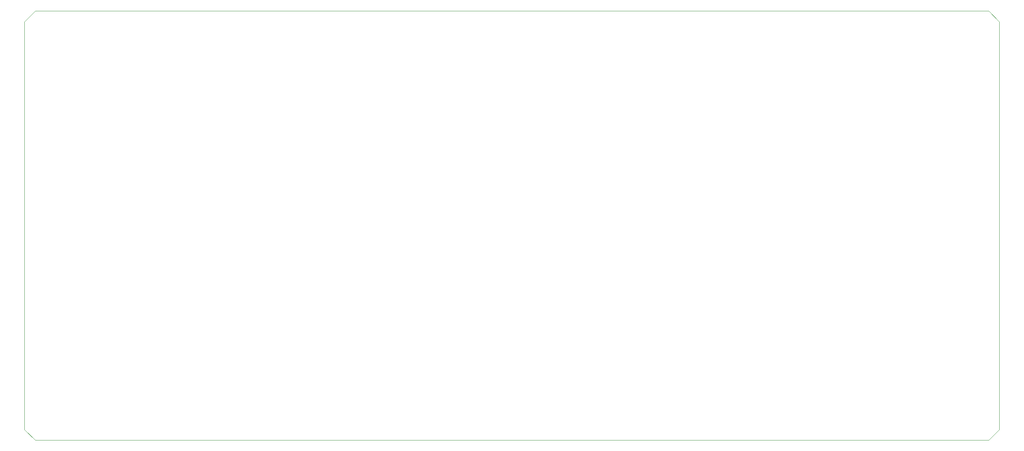
<source format=gbr>
%TF.GenerationSoftware,KiCad,Pcbnew,9.0.4-1.fc42*%
%TF.CreationDate,2025-11-01T05:47:49+00:00*%
%TF.ProjectId,dna,646e612e-6b69-4636-9164-5f7063625858,rev?*%
%TF.SameCoordinates,Original*%
%TF.FileFunction,Profile,NP*%
%FSLAX46Y46*%
G04 Gerber Fmt 4.6, Leading zero omitted, Abs format (unit mm)*
G04 Created by KiCad (PCBNEW 9.0.4-1.fc42) date 2025-11-01 05:47:49*
%MOMM*%
%LPD*%
G01*
G04 APERTURE LIST*
%TA.AperFunction,Profile*%
%ADD10C,0.050000*%
%TD*%
G04 APERTURE END LIST*
D10*
X261000000Y-119000000D02*
X39000000Y-119000000D01*
X261000000Y-119000000D02*
X263500000Y-116500000D01*
X261000000Y-19000000D02*
X263500000Y-21500000D01*
X39000000Y-19000000D02*
X36500000Y-21500000D01*
X36500000Y-21500000D02*
X36500000Y-116500000D01*
X39000000Y-119000000D02*
X36500000Y-116500000D01*
X263500000Y-21500000D02*
X263500000Y-116500000D01*
X261000000Y-19000000D02*
X39000000Y-19000000D01*
M02*

</source>
